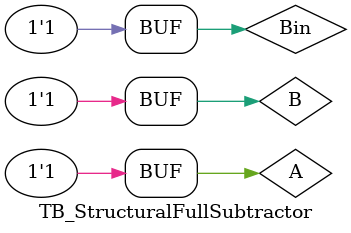
<source format=v>
`timescale 1ns / 1ps
module TB_StructuralFullSubtractor;
reg A, B, Bin;
wire D, Bout;
// Device Under Test
StructuralFullSubtractor dut (
.A(A), .B(B), .Bin(Bin), .D(D), .Bout(Bout)
);
initial begin
#100 A = 1'b0; B = 1'b0; Bin = 1'b0;
#100 A = 1'b0; B = 1'b0; Bin = 1'b1;
#100 A = 1'b0; B = 1'b1; Bin = 1'b0;
#100 A = 1'b0; B = 1'b1; Bin = 1'b1;
#100 A = 1'b1; B = 1'b0; Bin = 1'b0;
#100 A = 1'b1; B = 1'b0; Bin = 1'b1;
#100 A = 1'b1; B = 1'b1; Bin = 1'b0;
#100 A = 1'b1; B = 1'b1; Bin = 1'b1;
end
initial $monitor("Time=%0t A=%b, B=%b, Bin=%b, D=%b, Bout=%b", $time, A, B, Bin, D, Bout);
endmodule

</source>
